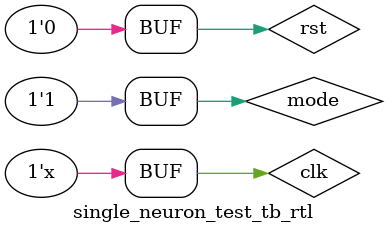
<source format=sv>
`timescale 1ns / 1ps


module single_neuron_test_tb_rtl;
    reg [3:0] x;
    //real  x [3:0];
    reg z;
    wire [15:0] y;
    reg clk;
    reg rst;
    reg mode;
    single_neuron_test_rtl singleneuron(
    .x(x) ,.z(z), .rst(rst) , .clk(clk), .y(y), .mode(mode));
    /*neuron_layer3 neuron3(
    .x(x) ,.z(z), .rst(rst) , .clk(clk), .y(y), .mode(mode));*/
    
    int i = 0;
  //  wire [3:0] x_nxt[3:0]= {1, 0, 1, 0};
initial
     clk <= 1'b1;
    always
     #5 clk <= ~clk;
     
initial
begin
rst <= 1'b1;
#10;
rst <= 1'b0;
x <= 0;
x[1] <= 0;
x[2] <= 0;
x[3] <= 0;
z <=0;
mode <=0;
#105
mode <=1;
#100;
//mode <=1;
end  
  
     always@(posedge clk)begin
   //  x[3:0] <= x_nxt[0:3];
   
        if(i<4) begin
            x[i] <= 1;
            x[i+1] <= 0;
            i = i+1;
            z <= ~z;           
            end
        else  i=0;
            
     end
    
endmodule

</source>
